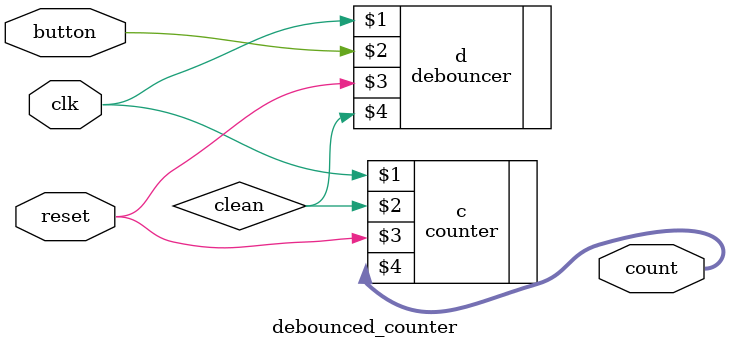
<source format=v>
`timescale 1ns / 1ps
module debounced_counter(clk, button, reset, count);
	input clk, button, reset;
	output [7:0]count; //8 bit counter
	wire clean;
	
	//module debouncer(clk, button, reset, clean);
	debouncer d(clk, button, reset, clean);
	//module counter(clk, button, reset, count);
	counter c(clk, clean, reset, count);
endmodule

</source>
